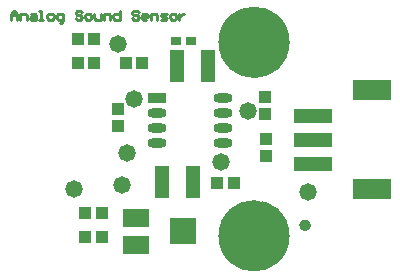
<source format=gts>
%FSLAX23Y23*%
%MOIN*%
G70*
G01*
G75*
G04 Layer_Color=8388736*
%ADD10R,0.118X0.039*%
%ADD11R,0.118X0.059*%
%ADD12R,0.025X0.020*%
%ADD13R,0.079X0.079*%
%ADD14R,0.079X0.051*%
%ADD15O,0.055X0.024*%
%ADD16R,0.055X0.024*%
%ADD17R,0.031X0.035*%
%ADD18R,0.035X0.031*%
%ADD19R,0.043X0.102*%
%ADD20C,0.010*%
%ADD21R,0.105X0.150*%
%ADD22C,0.050*%
%ADD23C,0.039*%
%ADD24C,0.236*%
%ADD25R,0.105X0.155*%
%ADD26C,0.008*%
%ADD27C,0.000*%
%ADD28C,0.004*%
%ADD29C,0.020*%
%ADD30C,0.059*%
%ADD31R,0.126X0.047*%
%ADD32R,0.126X0.067*%
%ADD33R,0.033X0.028*%
%ADD34R,0.087X0.087*%
%ADD35R,0.087X0.059*%
%ADD36O,0.063X0.032*%
%ADD37R,0.063X0.032*%
%ADD38R,0.039X0.043*%
%ADD39R,0.043X0.039*%
%ADD40R,0.051X0.110*%
%ADD41C,0.058*%
D20*
X35Y875D02*
Y896D01*
X45Y906D01*
X56Y896D01*
Y875D01*
Y891D01*
X35D01*
X66Y875D02*
Y896D01*
X82D01*
X87Y891D01*
Y875D01*
X103Y896D02*
X114D01*
X119Y891D01*
Y875D01*
X103D01*
X98Y880D01*
X103Y885D01*
X119D01*
X129Y875D02*
X140D01*
X135D01*
Y906D01*
X129D01*
X161Y875D02*
X171D01*
X177Y880D01*
Y891D01*
X171Y896D01*
X161D01*
X156Y891D01*
Y880D01*
X161Y875D01*
X198Y865D02*
X203D01*
X208Y870D01*
Y896D01*
X192D01*
X187Y891D01*
Y880D01*
X192Y875D01*
X208D01*
X271Y901D02*
X266Y906D01*
X255D01*
X250Y901D01*
Y896D01*
X255Y891D01*
X266D01*
X271Y885D01*
Y880D01*
X266Y875D01*
X255D01*
X250Y880D01*
X287Y875D02*
X297D01*
X303Y880D01*
Y891D01*
X297Y896D01*
X287D01*
X282Y891D01*
Y880D01*
X287Y875D01*
X313Y896D02*
Y880D01*
X318Y875D01*
X334D01*
Y896D01*
X345Y875D02*
Y896D01*
X360D01*
X366Y891D01*
Y875D01*
X397Y906D02*
Y875D01*
X381D01*
X376Y880D01*
Y891D01*
X381Y896D01*
X397D01*
X460Y901D02*
X455Y906D01*
X444D01*
X439Y901D01*
Y896D01*
X444Y891D01*
X455D01*
X460Y885D01*
Y880D01*
X455Y875D01*
X444D01*
X439Y880D01*
X486Y875D02*
X476D01*
X471Y880D01*
Y891D01*
X476Y896D01*
X486D01*
X492Y891D01*
Y885D01*
X471D01*
X502Y875D02*
Y896D01*
X518D01*
X523Y891D01*
Y875D01*
X534D02*
X549D01*
X555Y880D01*
X549Y885D01*
X539D01*
X534Y891D01*
X539Y896D01*
X555D01*
X570Y875D02*
X581D01*
X586Y880D01*
Y891D01*
X581Y896D01*
X570D01*
X565Y891D01*
Y880D01*
X570Y875D01*
X596Y896D02*
Y875D01*
Y885D01*
X602Y891D01*
X607Y896D01*
X612D01*
D23*
X782Y218D02*
D03*
X908D02*
D03*
X845Y244D02*
D03*
X756Y155D02*
D03*
X782Y92D02*
D03*
X845Y66D02*
D03*
X908Y92D02*
D03*
X934Y155D02*
D03*
Y800D02*
D03*
X908Y737D02*
D03*
X845Y711D02*
D03*
X782Y737D02*
D03*
X756Y800D02*
D03*
X845Y889D02*
D03*
X908Y863D02*
D03*
X782D02*
D03*
D24*
X845Y155D02*
D03*
Y800D02*
D03*
D29*
X1025Y190D02*
G03*
X1025Y190I-10J0D01*
G01*
D30*
X934Y155D02*
G03*
X934Y155I-89J0D01*
G01*
Y800D02*
G03*
X934Y800I-89J0D01*
G01*
D31*
X1040Y554D02*
D03*
Y475D02*
D03*
Y396D02*
D03*
Y554D02*
D03*
D32*
X1237Y640D02*
D03*
Y310D02*
D03*
D33*
X585Y805D02*
D03*
X635D02*
D03*
D34*
X607Y170D02*
D03*
D35*
X450Y124D02*
D03*
Y215D02*
D03*
D36*
X740Y465D02*
D03*
Y515D02*
D03*
Y565D02*
D03*
Y615D02*
D03*
X520Y465D02*
D03*
Y515D02*
D03*
Y565D02*
D03*
D37*
Y615D02*
D03*
D38*
X313Y730D02*
D03*
X257D02*
D03*
X473D02*
D03*
X417D02*
D03*
X722Y330D02*
D03*
X778D02*
D03*
X313Y810D02*
D03*
X257D02*
D03*
X338Y230D02*
D03*
X282D02*
D03*
X338Y150D02*
D03*
X282D02*
D03*
D39*
X880Y562D02*
D03*
Y618D02*
D03*
X390Y578D02*
D03*
Y522D02*
D03*
X885Y422D02*
D03*
Y478D02*
D03*
D40*
X643Y335D02*
D03*
X537D02*
D03*
X693Y720D02*
D03*
X587D02*
D03*
D41*
X405Y325D02*
D03*
X1025Y300D02*
D03*
X245Y310D02*
D03*
X390Y795D02*
D03*
X445Y610D02*
D03*
X825Y570D02*
D03*
X735Y400D02*
D03*
X420Y430D02*
D03*
M02*

</source>
